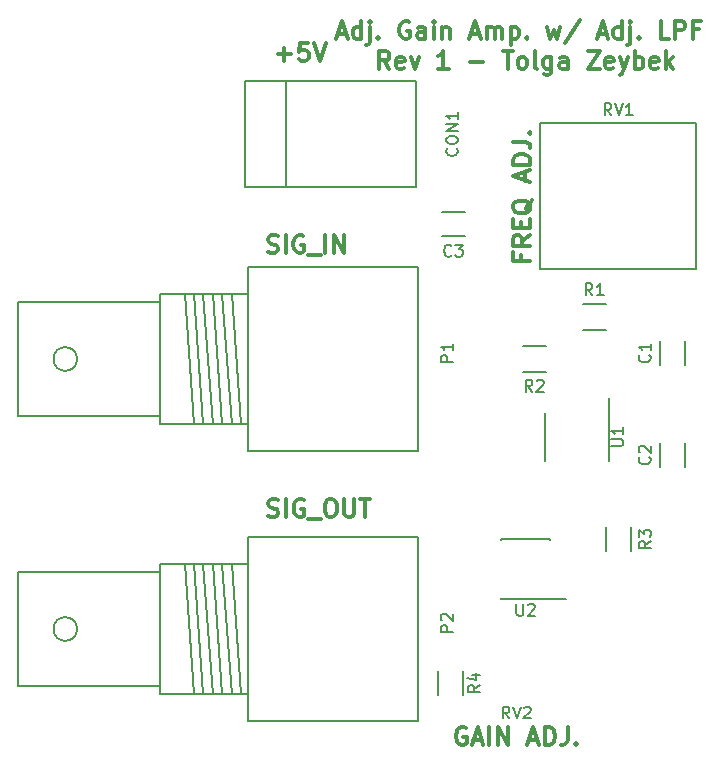
<source format=gbr>
G04 #@! TF.FileFunction,Legend,Top*
%FSLAX46Y46*%
G04 Gerber Fmt 4.6, Leading zero omitted, Abs format (unit mm)*
G04 Created by KiCad (PCBNEW 4.0.4-stable) date 12/12/16 02:41:32*
%MOMM*%
%LPD*%
G01*
G04 APERTURE LIST*
%ADD10C,0.100000*%
%ADD11C,0.300000*%
%ADD12C,0.150000*%
G04 APERTURE END LIST*
D10*
D11*
X126086856Y-68975000D02*
X126801142Y-68975000D01*
X125943999Y-69403571D02*
X126443999Y-67903571D01*
X126943999Y-69403571D01*
X128086856Y-69403571D02*
X128086856Y-67903571D01*
X128086856Y-69332143D02*
X127943999Y-69403571D01*
X127658285Y-69403571D01*
X127515427Y-69332143D01*
X127443999Y-69260714D01*
X127372570Y-69117857D01*
X127372570Y-68689286D01*
X127443999Y-68546429D01*
X127515427Y-68475000D01*
X127658285Y-68403571D01*
X127943999Y-68403571D01*
X128086856Y-68475000D01*
X128801142Y-68403571D02*
X128801142Y-69689286D01*
X128729713Y-69832143D01*
X128586856Y-69903571D01*
X128515428Y-69903571D01*
X128801142Y-67903571D02*
X128729713Y-67975000D01*
X128801142Y-68046429D01*
X128872570Y-67975000D01*
X128801142Y-67903571D01*
X128801142Y-68046429D01*
X129515428Y-69260714D02*
X129586856Y-69332143D01*
X129515428Y-69403571D01*
X129443999Y-69332143D01*
X129515428Y-69260714D01*
X129515428Y-69403571D01*
X132158285Y-67975000D02*
X132015428Y-67903571D01*
X131801142Y-67903571D01*
X131586857Y-67975000D01*
X131443999Y-68117857D01*
X131372571Y-68260714D01*
X131301142Y-68546429D01*
X131301142Y-68760714D01*
X131372571Y-69046429D01*
X131443999Y-69189286D01*
X131586857Y-69332143D01*
X131801142Y-69403571D01*
X131943999Y-69403571D01*
X132158285Y-69332143D01*
X132229714Y-69260714D01*
X132229714Y-68760714D01*
X131943999Y-68760714D01*
X133515428Y-69403571D02*
X133515428Y-68617857D01*
X133443999Y-68475000D01*
X133301142Y-68403571D01*
X133015428Y-68403571D01*
X132872571Y-68475000D01*
X133515428Y-69332143D02*
X133372571Y-69403571D01*
X133015428Y-69403571D01*
X132872571Y-69332143D01*
X132801142Y-69189286D01*
X132801142Y-69046429D01*
X132872571Y-68903571D01*
X133015428Y-68832143D01*
X133372571Y-68832143D01*
X133515428Y-68760714D01*
X134229714Y-69403571D02*
X134229714Y-68403571D01*
X134229714Y-67903571D02*
X134158285Y-67975000D01*
X134229714Y-68046429D01*
X134301142Y-67975000D01*
X134229714Y-67903571D01*
X134229714Y-68046429D01*
X134944000Y-68403571D02*
X134944000Y-69403571D01*
X134944000Y-68546429D02*
X135015428Y-68475000D01*
X135158286Y-68403571D01*
X135372571Y-68403571D01*
X135515428Y-68475000D01*
X135586857Y-68617857D01*
X135586857Y-69403571D01*
X137372571Y-68975000D02*
X138086857Y-68975000D01*
X137229714Y-69403571D02*
X137729714Y-67903571D01*
X138229714Y-69403571D01*
X138729714Y-69403571D02*
X138729714Y-68403571D01*
X138729714Y-68546429D02*
X138801142Y-68475000D01*
X138944000Y-68403571D01*
X139158285Y-68403571D01*
X139301142Y-68475000D01*
X139372571Y-68617857D01*
X139372571Y-69403571D01*
X139372571Y-68617857D02*
X139444000Y-68475000D01*
X139586857Y-68403571D01*
X139801142Y-68403571D01*
X139944000Y-68475000D01*
X140015428Y-68617857D01*
X140015428Y-69403571D01*
X140729714Y-68403571D02*
X140729714Y-69903571D01*
X140729714Y-68475000D02*
X140872571Y-68403571D01*
X141158285Y-68403571D01*
X141301142Y-68475000D01*
X141372571Y-68546429D01*
X141444000Y-68689286D01*
X141444000Y-69117857D01*
X141372571Y-69260714D01*
X141301142Y-69332143D01*
X141158285Y-69403571D01*
X140872571Y-69403571D01*
X140729714Y-69332143D01*
X142086857Y-69260714D02*
X142158285Y-69332143D01*
X142086857Y-69403571D01*
X142015428Y-69332143D01*
X142086857Y-69260714D01*
X142086857Y-69403571D01*
X143801143Y-68403571D02*
X144086857Y-69403571D01*
X144372571Y-68689286D01*
X144658286Y-69403571D01*
X144944000Y-68403571D01*
X146586857Y-67832143D02*
X145301143Y-69760714D01*
X148158286Y-68975000D02*
X148872572Y-68975000D01*
X148015429Y-69403571D02*
X148515429Y-67903571D01*
X149015429Y-69403571D01*
X150158286Y-69403571D02*
X150158286Y-67903571D01*
X150158286Y-69332143D02*
X150015429Y-69403571D01*
X149729715Y-69403571D01*
X149586857Y-69332143D01*
X149515429Y-69260714D01*
X149444000Y-69117857D01*
X149444000Y-68689286D01*
X149515429Y-68546429D01*
X149586857Y-68475000D01*
X149729715Y-68403571D01*
X150015429Y-68403571D01*
X150158286Y-68475000D01*
X150872572Y-68403571D02*
X150872572Y-69689286D01*
X150801143Y-69832143D01*
X150658286Y-69903571D01*
X150586858Y-69903571D01*
X150872572Y-67903571D02*
X150801143Y-67975000D01*
X150872572Y-68046429D01*
X150944000Y-67975000D01*
X150872572Y-67903571D01*
X150872572Y-68046429D01*
X151586858Y-69260714D02*
X151658286Y-69332143D01*
X151586858Y-69403571D01*
X151515429Y-69332143D01*
X151586858Y-69260714D01*
X151586858Y-69403571D01*
X154158287Y-69403571D02*
X153444001Y-69403571D01*
X153444001Y-67903571D01*
X154658287Y-69403571D02*
X154658287Y-67903571D01*
X155229715Y-67903571D01*
X155372573Y-67975000D01*
X155444001Y-68046429D01*
X155515430Y-68189286D01*
X155515430Y-68403571D01*
X155444001Y-68546429D01*
X155372573Y-68617857D01*
X155229715Y-68689286D01*
X154658287Y-68689286D01*
X156658287Y-68617857D02*
X156158287Y-68617857D01*
X156158287Y-69403571D02*
X156158287Y-67903571D01*
X156872573Y-67903571D01*
X130479716Y-71953571D02*
X129979716Y-71239286D01*
X129622573Y-71953571D02*
X129622573Y-70453571D01*
X130194001Y-70453571D01*
X130336859Y-70525000D01*
X130408287Y-70596429D01*
X130479716Y-70739286D01*
X130479716Y-70953571D01*
X130408287Y-71096429D01*
X130336859Y-71167857D01*
X130194001Y-71239286D01*
X129622573Y-71239286D01*
X131694001Y-71882143D02*
X131551144Y-71953571D01*
X131265430Y-71953571D01*
X131122573Y-71882143D01*
X131051144Y-71739286D01*
X131051144Y-71167857D01*
X131122573Y-71025000D01*
X131265430Y-70953571D01*
X131551144Y-70953571D01*
X131694001Y-71025000D01*
X131765430Y-71167857D01*
X131765430Y-71310714D01*
X131051144Y-71453571D01*
X132265430Y-70953571D02*
X132622573Y-71953571D01*
X132979715Y-70953571D01*
X135479715Y-71953571D02*
X134622572Y-71953571D01*
X135051144Y-71953571D02*
X135051144Y-70453571D01*
X134908287Y-70667857D01*
X134765429Y-70810714D01*
X134622572Y-70882143D01*
X137265429Y-71382143D02*
X138408286Y-71382143D01*
X140051143Y-70453571D02*
X140908286Y-70453571D01*
X140479715Y-71953571D02*
X140479715Y-70453571D01*
X141622572Y-71953571D02*
X141479714Y-71882143D01*
X141408286Y-71810714D01*
X141336857Y-71667857D01*
X141336857Y-71239286D01*
X141408286Y-71096429D01*
X141479714Y-71025000D01*
X141622572Y-70953571D01*
X141836857Y-70953571D01*
X141979714Y-71025000D01*
X142051143Y-71096429D01*
X142122572Y-71239286D01*
X142122572Y-71667857D01*
X142051143Y-71810714D01*
X141979714Y-71882143D01*
X141836857Y-71953571D01*
X141622572Y-71953571D01*
X142979715Y-71953571D02*
X142836857Y-71882143D01*
X142765429Y-71739286D01*
X142765429Y-70453571D01*
X144194000Y-70953571D02*
X144194000Y-72167857D01*
X144122571Y-72310714D01*
X144051143Y-72382143D01*
X143908286Y-72453571D01*
X143694000Y-72453571D01*
X143551143Y-72382143D01*
X144194000Y-71882143D02*
X144051143Y-71953571D01*
X143765429Y-71953571D01*
X143622571Y-71882143D01*
X143551143Y-71810714D01*
X143479714Y-71667857D01*
X143479714Y-71239286D01*
X143551143Y-71096429D01*
X143622571Y-71025000D01*
X143765429Y-70953571D01*
X144051143Y-70953571D01*
X144194000Y-71025000D01*
X145551143Y-71953571D02*
X145551143Y-71167857D01*
X145479714Y-71025000D01*
X145336857Y-70953571D01*
X145051143Y-70953571D01*
X144908286Y-71025000D01*
X145551143Y-71882143D02*
X145408286Y-71953571D01*
X145051143Y-71953571D01*
X144908286Y-71882143D01*
X144836857Y-71739286D01*
X144836857Y-71596429D01*
X144908286Y-71453571D01*
X145051143Y-71382143D01*
X145408286Y-71382143D01*
X145551143Y-71310714D01*
X147265429Y-70453571D02*
X148265429Y-70453571D01*
X147265429Y-71953571D01*
X148265429Y-71953571D01*
X149408285Y-71882143D02*
X149265428Y-71953571D01*
X148979714Y-71953571D01*
X148836857Y-71882143D01*
X148765428Y-71739286D01*
X148765428Y-71167857D01*
X148836857Y-71025000D01*
X148979714Y-70953571D01*
X149265428Y-70953571D01*
X149408285Y-71025000D01*
X149479714Y-71167857D01*
X149479714Y-71310714D01*
X148765428Y-71453571D01*
X149979714Y-70953571D02*
X150336857Y-71953571D01*
X150693999Y-70953571D02*
X150336857Y-71953571D01*
X150193999Y-72310714D01*
X150122571Y-72382143D01*
X149979714Y-72453571D01*
X151265428Y-71953571D02*
X151265428Y-70453571D01*
X151265428Y-71025000D02*
X151408285Y-70953571D01*
X151693999Y-70953571D01*
X151836856Y-71025000D01*
X151908285Y-71096429D01*
X151979714Y-71239286D01*
X151979714Y-71667857D01*
X151908285Y-71810714D01*
X151836856Y-71882143D01*
X151693999Y-71953571D01*
X151408285Y-71953571D01*
X151265428Y-71882143D01*
X153193999Y-71882143D02*
X153051142Y-71953571D01*
X152765428Y-71953571D01*
X152622571Y-71882143D01*
X152551142Y-71739286D01*
X152551142Y-71167857D01*
X152622571Y-71025000D01*
X152765428Y-70953571D01*
X153051142Y-70953571D01*
X153193999Y-71025000D01*
X153265428Y-71167857D01*
X153265428Y-71310714D01*
X152551142Y-71453571D01*
X153908285Y-71953571D02*
X153908285Y-70453571D01*
X154051142Y-71382143D02*
X154479713Y-71953571D01*
X154479713Y-70953571D02*
X153908285Y-71525000D01*
X136938286Y-127774000D02*
X136795429Y-127702571D01*
X136581143Y-127702571D01*
X136366858Y-127774000D01*
X136224000Y-127916857D01*
X136152572Y-128059714D01*
X136081143Y-128345429D01*
X136081143Y-128559714D01*
X136152572Y-128845429D01*
X136224000Y-128988286D01*
X136366858Y-129131143D01*
X136581143Y-129202571D01*
X136724000Y-129202571D01*
X136938286Y-129131143D01*
X137009715Y-129059714D01*
X137009715Y-128559714D01*
X136724000Y-128559714D01*
X137581143Y-128774000D02*
X138295429Y-128774000D01*
X137438286Y-129202571D02*
X137938286Y-127702571D01*
X138438286Y-129202571D01*
X138938286Y-129202571D02*
X138938286Y-127702571D01*
X139652572Y-129202571D02*
X139652572Y-127702571D01*
X140509715Y-129202571D01*
X140509715Y-127702571D01*
X142295429Y-128774000D02*
X143009715Y-128774000D01*
X142152572Y-129202571D02*
X142652572Y-127702571D01*
X143152572Y-129202571D01*
X143652572Y-129202571D02*
X143652572Y-127702571D01*
X144009715Y-127702571D01*
X144224000Y-127774000D01*
X144366858Y-127916857D01*
X144438286Y-128059714D01*
X144509715Y-128345429D01*
X144509715Y-128559714D01*
X144438286Y-128845429D01*
X144366858Y-128988286D01*
X144224000Y-129131143D01*
X144009715Y-129202571D01*
X143652572Y-129202571D01*
X145581143Y-127702571D02*
X145581143Y-128774000D01*
X145509715Y-128988286D01*
X145366858Y-129131143D01*
X145152572Y-129202571D01*
X145009715Y-129202571D01*
X146295429Y-129059714D02*
X146366857Y-129131143D01*
X146295429Y-129202571D01*
X146224000Y-129131143D01*
X146295429Y-129059714D01*
X146295429Y-129202571D01*
X141624857Y-87696857D02*
X141624857Y-88196857D01*
X142410571Y-88196857D02*
X140910571Y-88196857D01*
X140910571Y-87482571D01*
X142410571Y-86054000D02*
X141696286Y-86554000D01*
X142410571Y-86911143D02*
X140910571Y-86911143D01*
X140910571Y-86339715D01*
X140982000Y-86196857D01*
X141053429Y-86125429D01*
X141196286Y-86054000D01*
X141410571Y-86054000D01*
X141553429Y-86125429D01*
X141624857Y-86196857D01*
X141696286Y-86339715D01*
X141696286Y-86911143D01*
X141624857Y-85411143D02*
X141624857Y-84911143D01*
X142410571Y-84696857D02*
X142410571Y-85411143D01*
X140910571Y-85411143D01*
X140910571Y-84696857D01*
X142553429Y-83054000D02*
X142482000Y-83196857D01*
X142339143Y-83339714D01*
X142124857Y-83554000D01*
X142053429Y-83696857D01*
X142053429Y-83839714D01*
X142410571Y-83768286D02*
X142339143Y-83911143D01*
X142196286Y-84054000D01*
X141910571Y-84125429D01*
X141410571Y-84125429D01*
X141124857Y-84054000D01*
X140982000Y-83911143D01*
X140910571Y-83768286D01*
X140910571Y-83482572D01*
X140982000Y-83339714D01*
X141124857Y-83196857D01*
X141410571Y-83125429D01*
X141910571Y-83125429D01*
X142196286Y-83196857D01*
X142339143Y-83339714D01*
X142410571Y-83482572D01*
X142410571Y-83768286D01*
X141982000Y-81411143D02*
X141982000Y-80696857D01*
X142410571Y-81554000D02*
X140910571Y-81054000D01*
X142410571Y-80554000D01*
X142410571Y-80054000D02*
X140910571Y-80054000D01*
X140910571Y-79696857D01*
X140982000Y-79482572D01*
X141124857Y-79339714D01*
X141267714Y-79268286D01*
X141553429Y-79196857D01*
X141767714Y-79196857D01*
X142053429Y-79268286D01*
X142196286Y-79339714D01*
X142339143Y-79482572D01*
X142410571Y-79696857D01*
X142410571Y-80054000D01*
X140910571Y-78125429D02*
X141982000Y-78125429D01*
X142196286Y-78196857D01*
X142339143Y-78339714D01*
X142410571Y-78554000D01*
X142410571Y-78696857D01*
X142267714Y-77411143D02*
X142339143Y-77339715D01*
X142410571Y-77411143D01*
X142339143Y-77482572D01*
X142267714Y-77411143D01*
X142410571Y-77411143D01*
X120210000Y-109827143D02*
X120424286Y-109898571D01*
X120781429Y-109898571D01*
X120924286Y-109827143D01*
X120995715Y-109755714D01*
X121067143Y-109612857D01*
X121067143Y-109470000D01*
X120995715Y-109327143D01*
X120924286Y-109255714D01*
X120781429Y-109184286D01*
X120495715Y-109112857D01*
X120352857Y-109041429D01*
X120281429Y-108970000D01*
X120210000Y-108827143D01*
X120210000Y-108684286D01*
X120281429Y-108541429D01*
X120352857Y-108470000D01*
X120495715Y-108398571D01*
X120852857Y-108398571D01*
X121067143Y-108470000D01*
X121710000Y-109898571D02*
X121710000Y-108398571D01*
X123210000Y-108470000D02*
X123067143Y-108398571D01*
X122852857Y-108398571D01*
X122638572Y-108470000D01*
X122495714Y-108612857D01*
X122424286Y-108755714D01*
X122352857Y-109041429D01*
X122352857Y-109255714D01*
X122424286Y-109541429D01*
X122495714Y-109684286D01*
X122638572Y-109827143D01*
X122852857Y-109898571D01*
X122995714Y-109898571D01*
X123210000Y-109827143D01*
X123281429Y-109755714D01*
X123281429Y-109255714D01*
X122995714Y-109255714D01*
X123567143Y-110041429D02*
X124710000Y-110041429D01*
X125352857Y-108398571D02*
X125638571Y-108398571D01*
X125781429Y-108470000D01*
X125924286Y-108612857D01*
X125995714Y-108898571D01*
X125995714Y-109398571D01*
X125924286Y-109684286D01*
X125781429Y-109827143D01*
X125638571Y-109898571D01*
X125352857Y-109898571D01*
X125210000Y-109827143D01*
X125067143Y-109684286D01*
X124995714Y-109398571D01*
X124995714Y-108898571D01*
X125067143Y-108612857D01*
X125210000Y-108470000D01*
X125352857Y-108398571D01*
X126638572Y-108398571D02*
X126638572Y-109612857D01*
X126710000Y-109755714D01*
X126781429Y-109827143D01*
X126924286Y-109898571D01*
X127210000Y-109898571D01*
X127352858Y-109827143D01*
X127424286Y-109755714D01*
X127495715Y-109612857D01*
X127495715Y-108398571D01*
X127995715Y-108398571D02*
X128852858Y-108398571D01*
X128424287Y-109898571D02*
X128424287Y-108398571D01*
X120194000Y-87475143D02*
X120408286Y-87546571D01*
X120765429Y-87546571D01*
X120908286Y-87475143D01*
X120979715Y-87403714D01*
X121051143Y-87260857D01*
X121051143Y-87118000D01*
X120979715Y-86975143D01*
X120908286Y-86903714D01*
X120765429Y-86832286D01*
X120479715Y-86760857D01*
X120336857Y-86689429D01*
X120265429Y-86618000D01*
X120194000Y-86475143D01*
X120194000Y-86332286D01*
X120265429Y-86189429D01*
X120336857Y-86118000D01*
X120479715Y-86046571D01*
X120836857Y-86046571D01*
X121051143Y-86118000D01*
X121694000Y-87546571D02*
X121694000Y-86046571D01*
X123194000Y-86118000D02*
X123051143Y-86046571D01*
X122836857Y-86046571D01*
X122622572Y-86118000D01*
X122479714Y-86260857D01*
X122408286Y-86403714D01*
X122336857Y-86689429D01*
X122336857Y-86903714D01*
X122408286Y-87189429D01*
X122479714Y-87332286D01*
X122622572Y-87475143D01*
X122836857Y-87546571D01*
X122979714Y-87546571D01*
X123194000Y-87475143D01*
X123265429Y-87403714D01*
X123265429Y-86903714D01*
X122979714Y-86903714D01*
X123551143Y-87689429D02*
X124694000Y-87689429D01*
X125051143Y-87546571D02*
X125051143Y-86046571D01*
X125765429Y-87546571D02*
X125765429Y-86046571D01*
X126622572Y-87546571D01*
X126622572Y-86046571D01*
X121007429Y-70719143D02*
X122150286Y-70719143D01*
X121578857Y-71290571D02*
X121578857Y-70147714D01*
X123578858Y-69790571D02*
X122864572Y-69790571D01*
X122793143Y-70504857D01*
X122864572Y-70433429D01*
X123007429Y-70362000D01*
X123364572Y-70362000D01*
X123507429Y-70433429D01*
X123578858Y-70504857D01*
X123650286Y-70647714D01*
X123650286Y-71004857D01*
X123578858Y-71147714D01*
X123507429Y-71219143D01*
X123364572Y-71290571D01*
X123007429Y-71290571D01*
X122864572Y-71219143D01*
X122793143Y-71147714D01*
X124078857Y-69790571D02*
X124578857Y-71290571D01*
X125078857Y-69790571D01*
D12*
X143629000Y-101124000D02*
X143629000Y-105124000D01*
X149029000Y-99849000D02*
X149029000Y-105124000D01*
X153407000Y-95012000D02*
X153407000Y-97012000D01*
X155457000Y-97012000D02*
X155457000Y-95012000D01*
X153407000Y-103648000D02*
X153407000Y-105648000D01*
X155457000Y-105648000D02*
X155457000Y-103648000D01*
X134890000Y-86115000D02*
X136890000Y-86115000D01*
X136890000Y-84065000D02*
X134890000Y-84065000D01*
X121729500Y-72969120D02*
X121729500Y-81970880D01*
X118229380Y-72969120D02*
X118229380Y-81970880D01*
X118229380Y-81970880D02*
X132730240Y-81970880D01*
X132730240Y-81970880D02*
X132730240Y-72969120D01*
X132730240Y-72969120D02*
X118229380Y-72969120D01*
X113929160Y-102019100D02*
X113129060Y-91020900D01*
X114729260Y-102019100D02*
X113929160Y-91020900D01*
X115529360Y-102019100D02*
X114729260Y-91020900D01*
X116329460Y-102019100D02*
X115529360Y-91020900D01*
X117129560Y-102019100D02*
X116329460Y-91020900D01*
X117929660Y-102019100D02*
X117129560Y-91020900D01*
X104030780Y-96520000D02*
G75*
G03X104030780Y-96520000I-1000760J0D01*
G01*
X111031020Y-91719400D02*
X99029520Y-91719400D01*
X99029520Y-91719400D02*
X99029520Y-101320600D01*
X99029520Y-101320600D02*
X111031020Y-101320600D01*
X118529100Y-91020900D02*
X111031020Y-91020900D01*
X111031020Y-91020900D02*
X111031020Y-102019100D01*
X111031020Y-102019100D02*
X118529100Y-102019100D01*
X132930900Y-104320340D02*
X132930900Y-88719660D01*
X132930900Y-88719660D02*
X118529100Y-88719660D01*
X118529100Y-88719660D02*
X118529100Y-104320340D01*
X118529100Y-104320340D02*
X132930900Y-104320340D01*
X113929160Y-124879100D02*
X113129060Y-113880900D01*
X114729260Y-124879100D02*
X113929160Y-113880900D01*
X115529360Y-124879100D02*
X114729260Y-113880900D01*
X116329460Y-124879100D02*
X115529360Y-113880900D01*
X117129560Y-124879100D02*
X116329460Y-113880900D01*
X117929660Y-124879100D02*
X117129560Y-113880900D01*
X104030780Y-119380000D02*
G75*
G03X104030780Y-119380000I-1000760J0D01*
G01*
X111031020Y-114579400D02*
X99029520Y-114579400D01*
X99029520Y-114579400D02*
X99029520Y-124180600D01*
X99029520Y-124180600D02*
X111031020Y-124180600D01*
X118529100Y-113880900D02*
X111031020Y-113880900D01*
X111031020Y-113880900D02*
X111031020Y-124879100D01*
X111031020Y-124879100D02*
X118529100Y-124879100D01*
X132930900Y-127180340D02*
X132930900Y-111579660D01*
X132930900Y-111579660D02*
X118529100Y-111579660D01*
X118529100Y-111579660D02*
X118529100Y-127180340D01*
X118529100Y-127180340D02*
X132930900Y-127180340D01*
X148828000Y-94039000D02*
X146828000Y-94039000D01*
X146828000Y-91889000D02*
X148828000Y-91889000D01*
X141748000Y-95445000D02*
X143748000Y-95445000D01*
X143748000Y-97595000D02*
X141748000Y-97595000D01*
X148785000Y-112760000D02*
X148785000Y-110760000D01*
X150935000Y-110760000D02*
X150935000Y-112760000D01*
X136711000Y-122952000D02*
X136711000Y-124952000D01*
X134561000Y-124952000D02*
X134561000Y-122952000D01*
X156460000Y-88930000D02*
X156460000Y-76530000D01*
X156460000Y-76530000D02*
X143260000Y-76530000D01*
X143260000Y-76530000D02*
X143260000Y-88930000D01*
X143260000Y-88930000D02*
X156460000Y-88930000D01*
X156460000Y-88930000D02*
X156360000Y-88930000D01*
X144061000Y-116875000D02*
X144061000Y-116825000D01*
X139911000Y-116875000D02*
X139911000Y-116730000D01*
X139911000Y-111725000D02*
X139911000Y-111870000D01*
X144061000Y-111725000D02*
X144061000Y-111870000D01*
X144061000Y-116875000D02*
X139911000Y-116875000D01*
X144061000Y-111725000D02*
X139911000Y-111725000D01*
X144061000Y-116825000D02*
X145461000Y-116825000D01*
X149256381Y-103885905D02*
X150065905Y-103885905D01*
X150161143Y-103838286D01*
X150208762Y-103790667D01*
X150256381Y-103695429D01*
X150256381Y-103504952D01*
X150208762Y-103409714D01*
X150161143Y-103362095D01*
X150065905Y-103314476D01*
X149256381Y-103314476D01*
X150256381Y-102314476D02*
X150256381Y-102885905D01*
X150256381Y-102600191D02*
X149256381Y-102600191D01*
X149399238Y-102695429D01*
X149494476Y-102790667D01*
X149542095Y-102885905D01*
X152489143Y-96178666D02*
X152536762Y-96226285D01*
X152584381Y-96369142D01*
X152584381Y-96464380D01*
X152536762Y-96607238D01*
X152441524Y-96702476D01*
X152346286Y-96750095D01*
X152155810Y-96797714D01*
X152012952Y-96797714D01*
X151822476Y-96750095D01*
X151727238Y-96702476D01*
X151632000Y-96607238D01*
X151584381Y-96464380D01*
X151584381Y-96369142D01*
X151632000Y-96226285D01*
X151679619Y-96178666D01*
X152584381Y-95226285D02*
X152584381Y-95797714D01*
X152584381Y-95512000D02*
X151584381Y-95512000D01*
X151727238Y-95607238D01*
X151822476Y-95702476D01*
X151870095Y-95797714D01*
X152489143Y-104814666D02*
X152536762Y-104862285D01*
X152584381Y-105005142D01*
X152584381Y-105100380D01*
X152536762Y-105243238D01*
X152441524Y-105338476D01*
X152346286Y-105386095D01*
X152155810Y-105433714D01*
X152012952Y-105433714D01*
X151822476Y-105386095D01*
X151727238Y-105338476D01*
X151632000Y-105243238D01*
X151584381Y-105100380D01*
X151584381Y-105005142D01*
X151632000Y-104862285D01*
X151679619Y-104814666D01*
X151679619Y-104433714D02*
X151632000Y-104386095D01*
X151584381Y-104290857D01*
X151584381Y-104052761D01*
X151632000Y-103957523D01*
X151679619Y-103909904D01*
X151774857Y-103862285D01*
X151870095Y-103862285D01*
X152012952Y-103909904D01*
X152584381Y-104481333D01*
X152584381Y-103862285D01*
X135723334Y-87747143D02*
X135675715Y-87794762D01*
X135532858Y-87842381D01*
X135437620Y-87842381D01*
X135294762Y-87794762D01*
X135199524Y-87699524D01*
X135151905Y-87604286D01*
X135104286Y-87413810D01*
X135104286Y-87270952D01*
X135151905Y-87080476D01*
X135199524Y-86985238D01*
X135294762Y-86890000D01*
X135437620Y-86842381D01*
X135532858Y-86842381D01*
X135675715Y-86890000D01*
X135723334Y-86937619D01*
X136056667Y-86842381D02*
X136675715Y-86842381D01*
X136342381Y-87223333D01*
X136485239Y-87223333D01*
X136580477Y-87270952D01*
X136628096Y-87318571D01*
X136675715Y-87413810D01*
X136675715Y-87651905D01*
X136628096Y-87747143D01*
X136580477Y-87794762D01*
X136485239Y-87842381D01*
X136199524Y-87842381D01*
X136104286Y-87794762D01*
X136056667Y-87747143D01*
X136186183Y-78684285D02*
X136233802Y-78731904D01*
X136281421Y-78874761D01*
X136281421Y-78969999D01*
X136233802Y-79112857D01*
X136138564Y-79208095D01*
X136043326Y-79255714D01*
X135852850Y-79303333D01*
X135709992Y-79303333D01*
X135519516Y-79255714D01*
X135424278Y-79208095D01*
X135329040Y-79112857D01*
X135281421Y-78969999D01*
X135281421Y-78874761D01*
X135329040Y-78731904D01*
X135376659Y-78684285D01*
X135281421Y-78065238D02*
X135281421Y-77874761D01*
X135329040Y-77779523D01*
X135424278Y-77684285D01*
X135614754Y-77636666D01*
X135948088Y-77636666D01*
X136138564Y-77684285D01*
X136233802Y-77779523D01*
X136281421Y-77874761D01*
X136281421Y-78065238D01*
X136233802Y-78160476D01*
X136138564Y-78255714D01*
X135948088Y-78303333D01*
X135614754Y-78303333D01*
X135424278Y-78255714D01*
X135329040Y-78160476D01*
X135281421Y-78065238D01*
X136281421Y-77208095D02*
X135281421Y-77208095D01*
X136281421Y-76636666D01*
X135281421Y-76636666D01*
X136281421Y-75636666D02*
X136281421Y-76208095D01*
X136281421Y-75922381D02*
X135281421Y-75922381D01*
X135424278Y-76017619D01*
X135519516Y-76112857D01*
X135567135Y-76208095D01*
X135834381Y-96750095D02*
X134834381Y-96750095D01*
X134834381Y-96369142D01*
X134882000Y-96273904D01*
X134929619Y-96226285D01*
X135024857Y-96178666D01*
X135167714Y-96178666D01*
X135262952Y-96226285D01*
X135310571Y-96273904D01*
X135358190Y-96369142D01*
X135358190Y-96750095D01*
X135834381Y-95226285D02*
X135834381Y-95797714D01*
X135834381Y-95512000D02*
X134834381Y-95512000D01*
X134977238Y-95607238D01*
X135072476Y-95702476D01*
X135120095Y-95797714D01*
X135834381Y-119610095D02*
X134834381Y-119610095D01*
X134834381Y-119229142D01*
X134882000Y-119133904D01*
X134929619Y-119086285D01*
X135024857Y-119038666D01*
X135167714Y-119038666D01*
X135262952Y-119086285D01*
X135310571Y-119133904D01*
X135358190Y-119229142D01*
X135358190Y-119610095D01*
X134929619Y-118657714D02*
X134882000Y-118610095D01*
X134834381Y-118514857D01*
X134834381Y-118276761D01*
X134882000Y-118181523D01*
X134929619Y-118133904D01*
X135024857Y-118086285D01*
X135120095Y-118086285D01*
X135262952Y-118133904D01*
X135834381Y-118705333D01*
X135834381Y-118086285D01*
X147661334Y-91116381D02*
X147328000Y-90640190D01*
X147089905Y-91116381D02*
X147089905Y-90116381D01*
X147470858Y-90116381D01*
X147566096Y-90164000D01*
X147613715Y-90211619D01*
X147661334Y-90306857D01*
X147661334Y-90449714D01*
X147613715Y-90544952D01*
X147566096Y-90592571D01*
X147470858Y-90640190D01*
X147089905Y-90640190D01*
X148613715Y-91116381D02*
X148042286Y-91116381D01*
X148328000Y-91116381D02*
X148328000Y-90116381D01*
X148232762Y-90259238D01*
X148137524Y-90354476D01*
X148042286Y-90402095D01*
X142581334Y-99272381D02*
X142248000Y-98796190D01*
X142009905Y-99272381D02*
X142009905Y-98272381D01*
X142390858Y-98272381D01*
X142486096Y-98320000D01*
X142533715Y-98367619D01*
X142581334Y-98462857D01*
X142581334Y-98605714D01*
X142533715Y-98700952D01*
X142486096Y-98748571D01*
X142390858Y-98796190D01*
X142009905Y-98796190D01*
X142962286Y-98367619D02*
X143009905Y-98320000D01*
X143105143Y-98272381D01*
X143343239Y-98272381D01*
X143438477Y-98320000D01*
X143486096Y-98367619D01*
X143533715Y-98462857D01*
X143533715Y-98558095D01*
X143486096Y-98700952D01*
X142914667Y-99272381D01*
X143533715Y-99272381D01*
X152612381Y-111926666D02*
X152136190Y-112260000D01*
X152612381Y-112498095D02*
X151612381Y-112498095D01*
X151612381Y-112117142D01*
X151660000Y-112021904D01*
X151707619Y-111974285D01*
X151802857Y-111926666D01*
X151945714Y-111926666D01*
X152040952Y-111974285D01*
X152088571Y-112021904D01*
X152136190Y-112117142D01*
X152136190Y-112498095D01*
X151612381Y-111593333D02*
X151612381Y-110974285D01*
X151993333Y-111307619D01*
X151993333Y-111164761D01*
X152040952Y-111069523D01*
X152088571Y-111021904D01*
X152183810Y-110974285D01*
X152421905Y-110974285D01*
X152517143Y-111021904D01*
X152564762Y-111069523D01*
X152612381Y-111164761D01*
X152612381Y-111450476D01*
X152564762Y-111545714D01*
X152517143Y-111593333D01*
X138120381Y-124118666D02*
X137644190Y-124452000D01*
X138120381Y-124690095D02*
X137120381Y-124690095D01*
X137120381Y-124309142D01*
X137168000Y-124213904D01*
X137215619Y-124166285D01*
X137310857Y-124118666D01*
X137453714Y-124118666D01*
X137548952Y-124166285D01*
X137596571Y-124213904D01*
X137644190Y-124309142D01*
X137644190Y-124690095D01*
X137453714Y-123261523D02*
X138120381Y-123261523D01*
X137072762Y-123499619D02*
X137787048Y-123737714D01*
X137787048Y-123118666D01*
X149264762Y-75882381D02*
X148931428Y-75406190D01*
X148693333Y-75882381D02*
X148693333Y-74882381D01*
X149074286Y-74882381D01*
X149169524Y-74930000D01*
X149217143Y-74977619D01*
X149264762Y-75072857D01*
X149264762Y-75215714D01*
X149217143Y-75310952D01*
X149169524Y-75358571D01*
X149074286Y-75406190D01*
X148693333Y-75406190D01*
X149550476Y-74882381D02*
X149883809Y-75882381D01*
X150217143Y-74882381D01*
X151074286Y-75882381D02*
X150502857Y-75882381D01*
X150788571Y-75882381D02*
X150788571Y-74882381D01*
X150693333Y-75025238D01*
X150598095Y-75120476D01*
X150502857Y-75168095D01*
X140628762Y-126952381D02*
X140295428Y-126476190D01*
X140057333Y-126952381D02*
X140057333Y-125952381D01*
X140438286Y-125952381D01*
X140533524Y-126000000D01*
X140581143Y-126047619D01*
X140628762Y-126142857D01*
X140628762Y-126285714D01*
X140581143Y-126380952D01*
X140533524Y-126428571D01*
X140438286Y-126476190D01*
X140057333Y-126476190D01*
X140914476Y-125952381D02*
X141247809Y-126952381D01*
X141581143Y-125952381D01*
X141866857Y-126047619D02*
X141914476Y-126000000D01*
X142009714Y-125952381D01*
X142247810Y-125952381D01*
X142343048Y-126000000D01*
X142390667Y-126047619D01*
X142438286Y-126142857D01*
X142438286Y-126238095D01*
X142390667Y-126380952D01*
X141819238Y-126952381D01*
X142438286Y-126952381D01*
X141224095Y-117252381D02*
X141224095Y-118061905D01*
X141271714Y-118157143D01*
X141319333Y-118204762D01*
X141414571Y-118252381D01*
X141605048Y-118252381D01*
X141700286Y-118204762D01*
X141747905Y-118157143D01*
X141795524Y-118061905D01*
X141795524Y-117252381D01*
X142224095Y-117347619D02*
X142271714Y-117300000D01*
X142366952Y-117252381D01*
X142605048Y-117252381D01*
X142700286Y-117300000D01*
X142747905Y-117347619D01*
X142795524Y-117442857D01*
X142795524Y-117538095D01*
X142747905Y-117680952D01*
X142176476Y-118252381D01*
X142795524Y-118252381D01*
M02*

</source>
